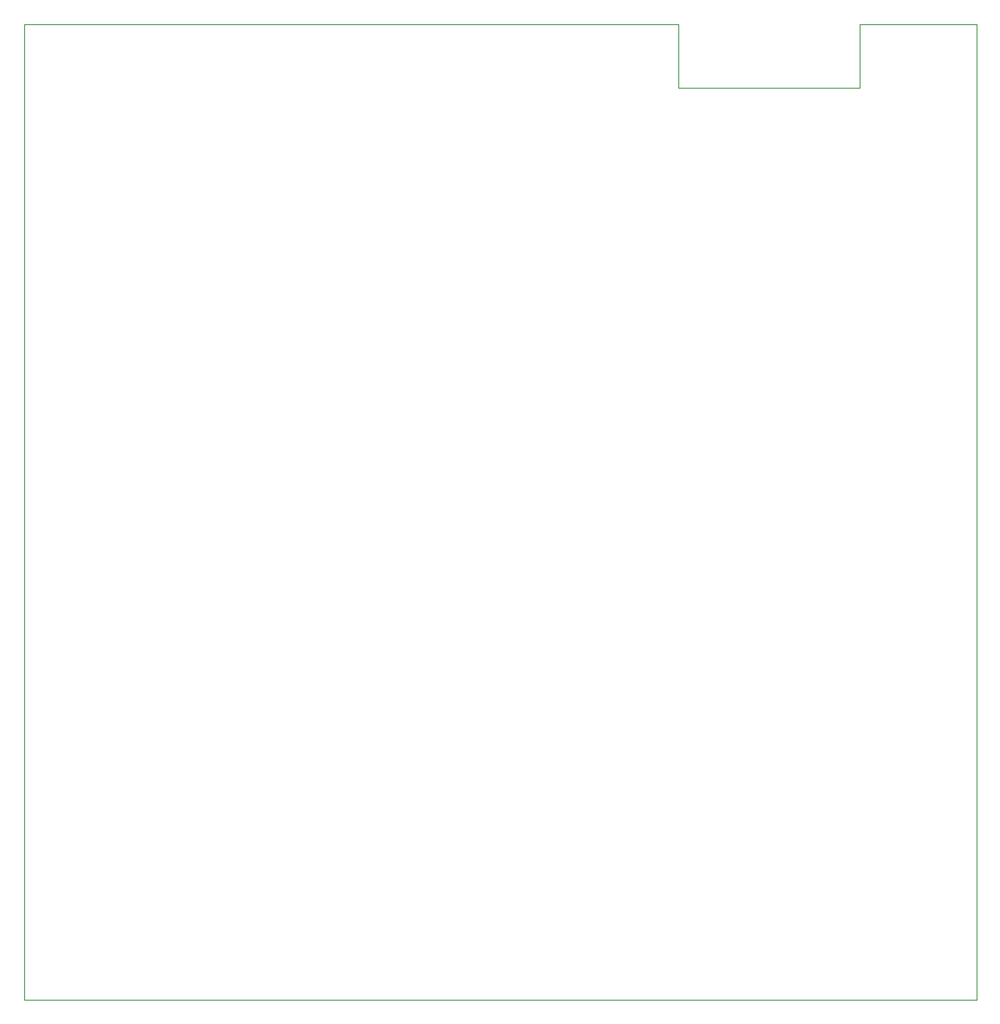
<source format=gko>
G04*
G04 #@! TF.GenerationSoftware,Altium Limited,Altium Designer,21.0.8 (223)*
G04*
G04 Layer_Color=16711935*
%FSLAX25Y25*%
%MOIN*%
G70*
G04*
G04 #@! TF.SameCoordinates,790BC176-E466-43CB-AF78-98272D84D4DC*
G04*
G04*
G04 #@! TF.FilePolarity,Positive*
G04*
G01*
G75*
%ADD95C,0.00100*%
%ADD98C,0.00010*%
D95*
X330100Y363400D02*
X333400D01*
Y389000D01*
X261200Y363400D02*
Y389000D01*
X258800D02*
X261200D01*
X331000Y363400D02*
Y363400D01*
X261200Y363400D02*
X331000Y363400D01*
X333400Y389000D02*
X380000D01*
Y0D02*
Y389000D01*
X0Y0D02*
X380000D01*
X261200Y372200D02*
Y380200D01*
X0Y389000D02*
X258800D01*
X0Y0D02*
Y389000D01*
D98*
Y0D02*
Y500D01*
M02*

</source>
